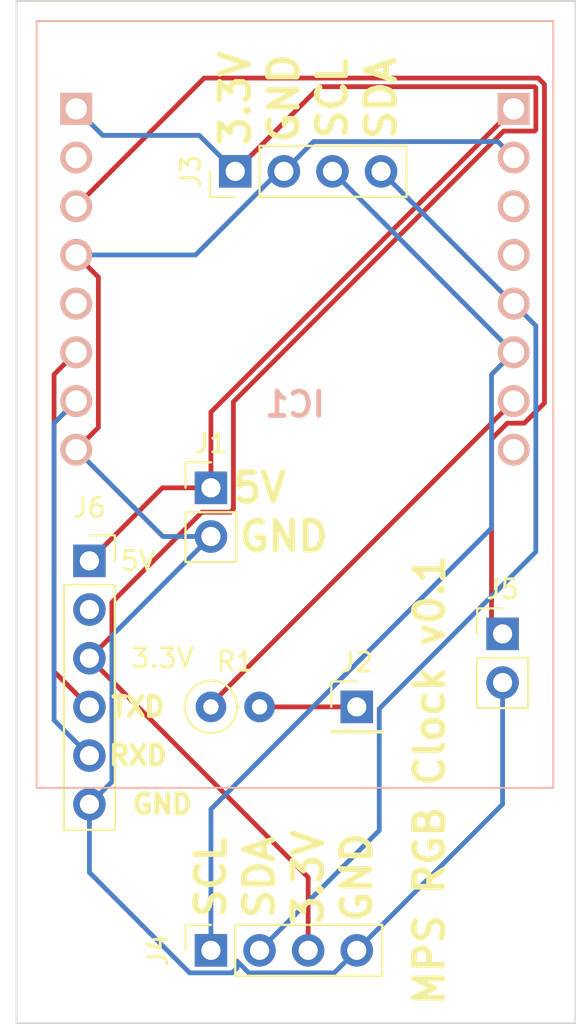
<source format=kicad_pcb>
(kicad_pcb (version 20171130) (host pcbnew 5.1.9-73d0e3b20d~88~ubuntu18.04.1)

  (general
    (thickness 1.6)
    (drawings 20)
    (tracks 77)
    (zones 0)
    (modules 8)
    (nets 17)
  )

  (page A4)
  (layers
    (0 F.Cu signal)
    (31 B.Cu signal)
    (32 B.Adhes user)
    (33 F.Adhes user)
    (34 B.Paste user)
    (35 F.Paste user)
    (36 B.SilkS user)
    (37 F.SilkS user)
    (38 B.Mask user)
    (39 F.Mask user)
    (40 Dwgs.User user)
    (41 Cmts.User user)
    (42 Eco1.User user)
    (43 Eco2.User user)
    (44 Edge.Cuts user)
    (45 Margin user)
    (46 B.CrtYd user)
    (47 F.CrtYd user)
    (48 B.Fab user)
    (49 F.Fab user)
  )

  (setup
    (last_trace_width 0.25)
    (trace_clearance 0.2)
    (zone_clearance 0.508)
    (zone_45_only no)
    (trace_min 0.2)
    (via_size 0.8)
    (via_drill 0.4)
    (via_min_size 0.4)
    (via_min_drill 0.3)
    (uvia_size 0.3)
    (uvia_drill 0.1)
    (uvias_allowed no)
    (uvia_min_size 0.2)
    (uvia_min_drill 0.1)
    (edge_width 0.05)
    (segment_width 0.2)
    (pcb_text_width 0.3)
    (pcb_text_size 1.5 1.5)
    (mod_edge_width 0.12)
    (mod_text_size 1 1)
    (mod_text_width 0.15)
    (pad_size 1.524 1.524)
    (pad_drill 0.762)
    (pad_to_mask_clearance 0)
    (aux_axis_origin 0 0)
    (visible_elements FFFFFF7F)
    (pcbplotparams
      (layerselection 0x010fc_ffffffff)
      (usegerberextensions false)
      (usegerberattributes true)
      (usegerberadvancedattributes true)
      (creategerberjobfile true)
      (excludeedgelayer true)
      (linewidth 0.100000)
      (plotframeref false)
      (viasonmask false)
      (mode 1)
      (useauxorigin false)
      (hpglpennumber 1)
      (hpglpenspeed 20)
      (hpglpendiameter 15.000000)
      (psnegative false)
      (psa4output false)
      (plotreference true)
      (plotvalue true)
      (plotinvisibletext false)
      (padsonsilk false)
      (subtractmaskfromsilk false)
      (outputformat 4)
      (mirror false)
      (drillshape 2)
      (scaleselection 1)
      (outputdirectory "./"))
  )

  (net 0 "")
  (net 1 GND)
  (net 2 "Net-(IC1-Pad15)")
  (net 3 "Net-(IC1-Pad14)")
  (net 4 "Net-(IC1-Pad13)")
  (net 5 "Net-(IC1-Pad11)")
  (net 6 "Net-(IC1-Pad10)")
  (net 7 "Net-(IC1-Pad9)")
  (net 8 "Net-(IC1-Pad8)")
  (net 9 "Net-(IC1-Pad6)")
  (net 10 "Net-(IC1-Pad5)")
  (net 11 "Net-(IC1-Pad4)")
  (net 12 "Net-(IC1-Pad3)")
  (net 13 "Net-(IC1-Pad2)")
  (net 14 "Net-(IC1-Pad1)")
  (net 15 "Net-(J2-Pad1)")
  (net 16 "Net-(J6-Pad2)")

  (net_class Default "This is the default net class."
    (clearance 0.2)
    (trace_width 0.25)
    (via_dia 0.8)
    (via_drill 0.4)
    (uvia_dia 0.3)
    (uvia_drill 0.1)
    (add_net GND)
    (add_net "Net-(IC1-Pad1)")
    (add_net "Net-(IC1-Pad10)")
    (add_net "Net-(IC1-Pad11)")
    (add_net "Net-(IC1-Pad13)")
    (add_net "Net-(IC1-Pad14)")
    (add_net "Net-(IC1-Pad15)")
    (add_net "Net-(IC1-Pad2)")
    (add_net "Net-(IC1-Pad3)")
    (add_net "Net-(IC1-Pad4)")
    (add_net "Net-(IC1-Pad5)")
    (add_net "Net-(IC1-Pad6)")
    (add_net "Net-(IC1-Pad8)")
    (add_net "Net-(IC1-Pad9)")
    (add_net "Net-(J2-Pad1)")
    (add_net "Net-(J6-Pad2)")
  )

  (module ESP32-CAM:ESP32CAM (layer B.Cu) (tedit 5FFA0812) (tstamp 5FFAE7AF)
    (at 142.820001 94.530001 180)
    (descr ESP32-CAM-2)
    (tags "Integrated Circuit")
    (path /5FFA18B3)
    (fp_text reference IC1 (at 11.43 2.36) (layer B.SilkS)
      (effects (font (size 1.27 1.27) (thickness 0.254)) (justify mirror))
    )
    (fp_text value ESP32-CAM (at 11.43 2.36) (layer B.SilkS) hide
      (effects (font (size 1.27 1.27) (thickness 0.254)) (justify mirror))
    )
    (fp_line (start -3.07 23.36) (end -3.07 -18.64) (layer Dwgs.User) (width 0.1))
    (fp_line (start 25.93 23.36) (end -3.07 23.36) (layer Dwgs.User) (width 0.1))
    (fp_line (start 25.93 -18.64) (end 25.93 23.36) (layer Dwgs.User) (width 0.1))
    (fp_line (start -3.07 -18.64) (end 25.93 -18.64) (layer Dwgs.User) (width 0.1))
    (fp_line (start -2.07 22.36) (end -2.07 -17.64) (layer B.SilkS) (width 0.1))
    (fp_line (start 24.93 22.36) (end -2.07 22.36) (layer B.SilkS) (width 0.1))
    (fp_line (start 24.93 -17.64) (end 24.93 22.36) (layer B.SilkS) (width 0.1))
    (fp_line (start -2.07 -17.64) (end 24.93 -17.64) (layer B.SilkS) (width 0.1))
    (fp_line (start -2.07 22.36) (end -2.07 -17.64) (layer Dwgs.User) (width 0.2))
    (fp_line (start 24.93 22.36) (end -2.07 22.36) (layer Dwgs.User) (width 0.2))
    (fp_line (start 24.93 -17.64) (end 24.93 22.36) (layer Dwgs.User) (width 0.2))
    (fp_line (start -2.07 -17.64) (end 24.93 -17.64) (layer Dwgs.User) (width 0.2))
    (pad 16 thru_hole circle (at 22.86 0 90) (size 1.665 1.665) (drill 1.11) (layers *.Cu *.Mask B.SilkS)
      (net 1 GND))
    (pad 15 thru_hole circle (at 22.86 2.54 90) (size 1.665 1.665) (drill 1.11) (layers *.Cu *.Mask B.SilkS)
      (net 2 "Net-(IC1-Pad15)"))
    (pad 14 thru_hole circle (at 22.86 5.08 90) (size 1.665 1.665) (drill 1.11) (layers *.Cu *.Mask B.SilkS)
      (net 3 "Net-(IC1-Pad14)"))
    (pad 13 thru_hole circle (at 22.86 7.62 90) (size 1.665 1.665) (drill 1.11) (layers *.Cu *.Mask B.SilkS)
      (net 4 "Net-(IC1-Pad13)"))
    (pad 12 thru_hole circle (at 22.86 10.16 90) (size 1.665 1.665) (drill 1.11) (layers *.Cu *.Mask B.SilkS)
      (net 1 GND))
    (pad 11 thru_hole circle (at 22.86 12.7 90) (size 1.665 1.665) (drill 1.11) (layers *.Cu *.Mask B.SilkS)
      (net 5 "Net-(IC1-Pad11)"))
    (pad 10 thru_hole circle (at 22.86 15.24 90) (size 1.665 1.665) (drill 1.11) (layers *.Cu *.Mask B.SilkS)
      (net 6 "Net-(IC1-Pad10)"))
    (pad 9 thru_hole rect (at 22.86 17.78 90) (size 1.665 1.665) (drill 1.11) (layers *.Cu *.Mask B.SilkS)
      (net 7 "Net-(IC1-Pad9)"))
    (pad 8 thru_hole rect (at 0 17.78 90) (size 1.665 1.665) (drill 1.11) (layers *.Cu *.Mask B.SilkS)
      (net 8 "Net-(IC1-Pad8)"))
    (pad 7 thru_hole circle (at 0 15.24 90) (size 1.665 1.665) (drill 1.11) (layers *.Cu *.Mask B.SilkS)
      (net 1 GND))
    (pad 6 thru_hole circle (at 0 12.7 90) (size 1.665 1.665) (drill 1.11) (layers *.Cu *.Mask B.SilkS)
      (net 9 "Net-(IC1-Pad6)"))
    (pad 5 thru_hole circle (at 0 10.16 90) (size 1.665 1.665) (drill 1.11) (layers *.Cu *.Mask B.SilkS)
      (net 10 "Net-(IC1-Pad5)"))
    (pad 4 thru_hole circle (at 0 7.62 90) (size 1.665 1.665) (drill 1.11) (layers *.Cu *.Mask B.SilkS)
      (net 11 "Net-(IC1-Pad4)"))
    (pad 3 thru_hole circle (at 0 5.08 90) (size 1.665 1.665) (drill 1.11) (layers *.Cu *.Mask B.SilkS)
      (net 12 "Net-(IC1-Pad3)"))
    (pad 2 thru_hole circle (at 0 2.54 90) (size 1.665 1.665) (drill 1.11) (layers *.Cu *.Mask B.SilkS)
      (net 13 "Net-(IC1-Pad2)"))
    (pad 1 thru_hole circle (at 0 0 90) (size 1.665 1.665) (drill 1.11) (layers *.Cu *.Mask B.SilkS)
      (net 14 "Net-(IC1-Pad1)"))
  )

  (module Resistor_THT:R_Axial_DIN0207_L6.3mm_D2.5mm_P2.54mm_Vertical (layer F.Cu) (tedit 5AE5139B) (tstamp 5FFAE849)
    (at 127 107.95)
    (descr "Resistor, Axial_DIN0207 series, Axial, Vertical, pin pitch=2.54mm, 0.25W = 1/4W, length*diameter=6.3*2.5mm^2, http://cdn-reichelt.de/documents/datenblatt/B400/1_4W%23YAG.pdf")
    (tags "Resistor Axial_DIN0207 series Axial Vertical pin pitch 2.54mm 0.25W = 1/4W length 6.3mm diameter 2.5mm")
    (path /5FFBB081)
    (fp_text reference R1 (at 1.27 -2.37) (layer F.SilkS)
      (effects (font (size 1 1) (thickness 0.15)))
    )
    (fp_text value R (at 1.27 2.37) (layer F.Fab)
      (effects (font (size 1 1) (thickness 0.15)))
    )
    (fp_text user %R (at 1.27 -2.37) (layer F.Fab)
      (effects (font (size 1 1) (thickness 0.15)))
    )
    (fp_circle (center 0 0) (end 1.25 0) (layer F.Fab) (width 0.1))
    (fp_circle (center 0 0) (end 1.37 0) (layer F.SilkS) (width 0.12))
    (fp_line (start 0 0) (end 2.54 0) (layer F.Fab) (width 0.1))
    (fp_line (start 1.37 0) (end 1.44 0) (layer F.SilkS) (width 0.12))
    (fp_line (start -1.5 -1.5) (end -1.5 1.5) (layer F.CrtYd) (width 0.05))
    (fp_line (start -1.5 1.5) (end 3.59 1.5) (layer F.CrtYd) (width 0.05))
    (fp_line (start 3.59 1.5) (end 3.59 -1.5) (layer F.CrtYd) (width 0.05))
    (fp_line (start 3.59 -1.5) (end -1.5 -1.5) (layer F.CrtYd) (width 0.05))
    (pad 2 thru_hole oval (at 2.54 0) (size 1.6 1.6) (drill 0.8) (layers *.Cu *.Mask)
      (net 15 "Net-(J2-Pad1)"))
    (pad 1 thru_hole circle (at 0 0) (size 1.6 1.6) (drill 0.8) (layers *.Cu *.Mask)
      (net 13 "Net-(IC1-Pad2)"))
    (model ${KISYS3DMOD}/Resistor_THT.3dshapes/R_Axial_DIN0207_L6.3mm_D2.5mm_P2.54mm_Vertical.wrl
      (at (xyz 0 0 0))
      (scale (xyz 1 1 1))
      (rotate (xyz 0 0 0))
    )
  )

  (module Connector_PinSocket_2.54mm:PinSocket_1x06_P2.54mm_Vertical (layer F.Cu) (tedit 5A19A430) (tstamp 5FFAE83A)
    (at 120.65 100.33)
    (descr "Through hole straight socket strip, 1x06, 2.54mm pitch, single row (from Kicad 4.0.7), script generated")
    (tags "Through hole socket strip THT 1x06 2.54mm single row")
    (path /5FFD072F)
    (fp_text reference J6 (at 0 -2.77) (layer F.SilkS)
      (effects (font (size 1 1) (thickness 0.15)))
    )
    (fp_text value Programmer (at 0 15.47) (layer F.Fab)
      (effects (font (size 1 1) (thickness 0.15)))
    )
    (fp_text user %R (at 0 6.35 90) (layer F.Fab)
      (effects (font (size 1 1) (thickness 0.15)))
    )
    (fp_line (start -1.27 -1.27) (end 0.635 -1.27) (layer F.Fab) (width 0.1))
    (fp_line (start 0.635 -1.27) (end 1.27 -0.635) (layer F.Fab) (width 0.1))
    (fp_line (start 1.27 -0.635) (end 1.27 13.97) (layer F.Fab) (width 0.1))
    (fp_line (start 1.27 13.97) (end -1.27 13.97) (layer F.Fab) (width 0.1))
    (fp_line (start -1.27 13.97) (end -1.27 -1.27) (layer F.Fab) (width 0.1))
    (fp_line (start -1.33 1.27) (end 1.33 1.27) (layer F.SilkS) (width 0.12))
    (fp_line (start -1.33 1.27) (end -1.33 14.03) (layer F.SilkS) (width 0.12))
    (fp_line (start -1.33 14.03) (end 1.33 14.03) (layer F.SilkS) (width 0.12))
    (fp_line (start 1.33 1.27) (end 1.33 14.03) (layer F.SilkS) (width 0.12))
    (fp_line (start 1.33 -1.33) (end 1.33 0) (layer F.SilkS) (width 0.12))
    (fp_line (start 0 -1.33) (end 1.33 -1.33) (layer F.SilkS) (width 0.12))
    (fp_line (start -1.8 -1.8) (end 1.75 -1.8) (layer F.CrtYd) (width 0.05))
    (fp_line (start 1.75 -1.8) (end 1.75 14.45) (layer F.CrtYd) (width 0.05))
    (fp_line (start 1.75 14.45) (end -1.8 14.45) (layer F.CrtYd) (width 0.05))
    (fp_line (start -1.8 14.45) (end -1.8 -1.8) (layer F.CrtYd) (width 0.05))
    (pad 6 thru_hole oval (at 0 12.7) (size 1.7 1.7) (drill 1) (layers *.Cu *.Mask)
      (net 1 GND))
    (pad 5 thru_hole oval (at 0 10.16) (size 1.7 1.7) (drill 1) (layers *.Cu *.Mask)
      (net 2 "Net-(IC1-Pad15)"))
    (pad 4 thru_hole oval (at 0 7.62) (size 1.7 1.7) (drill 1) (layers *.Cu *.Mask)
      (net 3 "Net-(IC1-Pad14)"))
    (pad 3 thru_hole oval (at 0 5.08) (size 1.7 1.7) (drill 1) (layers *.Cu *.Mask)
      (net 7 "Net-(IC1-Pad9)"))
    (pad 2 thru_hole oval (at 0 2.54) (size 1.7 1.7) (drill 1) (layers *.Cu *.Mask)
      (net 16 "Net-(J6-Pad2)"))
    (pad 1 thru_hole rect (at 0 0) (size 1.7 1.7) (drill 1) (layers *.Cu *.Mask)
      (net 8 "Net-(IC1-Pad8)"))
    (model ${KISYS3DMOD}/Connector_PinSocket_2.54mm.3dshapes/PinSocket_1x06_P2.54mm_Vertical.wrl
      (at (xyz 0 0 0))
      (scale (xyz 1 1 1))
      (rotate (xyz 0 0 0))
    )
  )

  (module Connector_PinHeader_2.54mm:PinHeader_1x02_P2.54mm_Vertical (layer F.Cu) (tedit 59FED5CC) (tstamp 5FFAE820)
    (at 142.24 104.14)
    (descr "Through hole straight pin header, 1x02, 2.54mm pitch, single row")
    (tags "Through hole pin header THT 1x02 2.54mm single row")
    (path /5FFB0360)
    (fp_text reference J5 (at 0 -2.33) (layer F.SilkS)
      (effects (font (size 1 1) (thickness 0.15)))
    )
    (fp_text value Program (at 0 4.87) (layer F.Fab)
      (effects (font (size 1 1) (thickness 0.15)))
    )
    (fp_text user %R (at 0 1.27 90) (layer F.Fab)
      (effects (font (size 1 1) (thickness 0.15)))
    )
    (fp_line (start -0.635 -1.27) (end 1.27 -1.27) (layer F.Fab) (width 0.1))
    (fp_line (start 1.27 -1.27) (end 1.27 3.81) (layer F.Fab) (width 0.1))
    (fp_line (start 1.27 3.81) (end -1.27 3.81) (layer F.Fab) (width 0.1))
    (fp_line (start -1.27 3.81) (end -1.27 -0.635) (layer F.Fab) (width 0.1))
    (fp_line (start -1.27 -0.635) (end -0.635 -1.27) (layer F.Fab) (width 0.1))
    (fp_line (start -1.33 3.87) (end 1.33 3.87) (layer F.SilkS) (width 0.12))
    (fp_line (start -1.33 1.27) (end -1.33 3.87) (layer F.SilkS) (width 0.12))
    (fp_line (start 1.33 1.27) (end 1.33 3.87) (layer F.SilkS) (width 0.12))
    (fp_line (start -1.33 1.27) (end 1.33 1.27) (layer F.SilkS) (width 0.12))
    (fp_line (start -1.33 0) (end -1.33 -1.33) (layer F.SilkS) (width 0.12))
    (fp_line (start -1.33 -1.33) (end 0 -1.33) (layer F.SilkS) (width 0.12))
    (fp_line (start -1.8 -1.8) (end -1.8 4.35) (layer F.CrtYd) (width 0.05))
    (fp_line (start -1.8 4.35) (end 1.8 4.35) (layer F.CrtYd) (width 0.05))
    (fp_line (start 1.8 4.35) (end 1.8 -1.8) (layer F.CrtYd) (width 0.05))
    (fp_line (start 1.8 -1.8) (end -1.8 -1.8) (layer F.CrtYd) (width 0.05))
    (pad 2 thru_hole oval (at 0 2.54) (size 1.7 1.7) (drill 1) (layers *.Cu *.Mask)
      (net 1 GND))
    (pad 1 thru_hole rect (at 0 0) (size 1.7 1.7) (drill 1) (layers *.Cu *.Mask)
      (net 5 "Net-(IC1-Pad11)"))
    (model ${KISYS3DMOD}/Connector_PinHeader_2.54mm.3dshapes/PinHeader_1x02_P2.54mm_Vertical.wrl
      (at (xyz 0 0 0))
      (scale (xyz 1 1 1))
      (rotate (xyz 0 0 0))
    )
  )

  (module Connector_PinSocket_2.54mm:PinSocket_1x04_P2.54mm_Vertical (layer F.Cu) (tedit 5A19A429) (tstamp 5FFAE80A)
    (at 127 120.65 90)
    (descr "Through hole straight socket strip, 1x04, 2.54mm pitch, single row (from Kicad 4.0.7), script generated")
    (tags "Through hole socket strip THT 1x04 2.54mm single row")
    (path /5FFB3C36)
    (fp_text reference J4 (at 0 -2.77 90) (layer F.SilkS)
      (effects (font (size 1 1) (thickness 0.15)))
    )
    (fp_text value Environment_Connector (at -2.54 3.81 180) (layer F.Fab)
      (effects (font (size 1 1) (thickness 0.15)))
    )
    (fp_text user %R (at 0 3.81) (layer F.Fab)
      (effects (font (size 1 1) (thickness 0.15)))
    )
    (fp_line (start -1.27 -1.27) (end 0.635 -1.27) (layer F.Fab) (width 0.1))
    (fp_line (start 0.635 -1.27) (end 1.27 -0.635) (layer F.Fab) (width 0.1))
    (fp_line (start 1.27 -0.635) (end 1.27 8.89) (layer F.Fab) (width 0.1))
    (fp_line (start 1.27 8.89) (end -1.27 8.89) (layer F.Fab) (width 0.1))
    (fp_line (start -1.27 8.89) (end -1.27 -1.27) (layer F.Fab) (width 0.1))
    (fp_line (start -1.33 1.27) (end 1.33 1.27) (layer F.SilkS) (width 0.12))
    (fp_line (start -1.33 1.27) (end -1.33 8.95) (layer F.SilkS) (width 0.12))
    (fp_line (start -1.33 8.95) (end 1.33 8.95) (layer F.SilkS) (width 0.12))
    (fp_line (start 1.33 1.27) (end 1.33 8.95) (layer F.SilkS) (width 0.12))
    (fp_line (start 1.33 -1.33) (end 1.33 0) (layer F.SilkS) (width 0.12))
    (fp_line (start 0 -1.33) (end 1.33 -1.33) (layer F.SilkS) (width 0.12))
    (fp_line (start -1.8 -1.8) (end 1.75 -1.8) (layer F.CrtYd) (width 0.05))
    (fp_line (start 1.75 -1.8) (end 1.75 9.4) (layer F.CrtYd) (width 0.05))
    (fp_line (start 1.75 9.4) (end -1.8 9.4) (layer F.CrtYd) (width 0.05))
    (fp_line (start -1.8 9.4) (end -1.8 -1.8) (layer F.CrtYd) (width 0.05))
    (pad 4 thru_hole oval (at 0 7.62 90) (size 1.7 1.7) (drill 1) (layers *.Cu *.Mask)
      (net 1 GND))
    (pad 3 thru_hole oval (at 0 5.08 90) (size 1.7 1.7) (drill 1) (layers *.Cu *.Mask)
      (net 7 "Net-(IC1-Pad9)"))
    (pad 2 thru_hole oval (at 0 2.54 90) (size 1.7 1.7) (drill 1) (layers *.Cu *.Mask)
      (net 11 "Net-(IC1-Pad4)"))
    (pad 1 thru_hole rect (at 0 0 90) (size 1.7 1.7) (drill 1) (layers *.Cu *.Mask)
      (net 12 "Net-(IC1-Pad3)"))
    (model ${KISYS3DMOD}/Connector_PinSocket_2.54mm.3dshapes/PinSocket_1x04_P2.54mm_Vertical.wrl
      (at (xyz 0 0 0))
      (scale (xyz 1 1 1))
      (rotate (xyz 0 0 0))
    )
  )

  (module Connector_PinHeader_2.54mm:PinHeader_1x04_P2.54mm_Vertical (layer F.Cu) (tedit 59FED5CC) (tstamp 5FFAE7F2)
    (at 128.27 80.01 90)
    (descr "Through hole straight pin header, 1x04, 2.54mm pitch, single row")
    (tags "Through hole pin header THT 1x04 2.54mm single row")
    (path /5FFB5762)
    (fp_text reference J3 (at 0 -2.33 90) (layer F.SilkS)
      (effects (font (size 1 1) (thickness 0.15)))
    )
    (fp_text value Lux_connector (at -2.54 2.54 180) (layer F.Fab)
      (effects (font (size 1 1) (thickness 0.15)))
    )
    (fp_text user %R (at 0 3.81) (layer F.Fab)
      (effects (font (size 1 1) (thickness 0.15)))
    )
    (fp_line (start -0.635 -1.27) (end 1.27 -1.27) (layer F.Fab) (width 0.1))
    (fp_line (start 1.27 -1.27) (end 1.27 8.89) (layer F.Fab) (width 0.1))
    (fp_line (start 1.27 8.89) (end -1.27 8.89) (layer F.Fab) (width 0.1))
    (fp_line (start -1.27 8.89) (end -1.27 -0.635) (layer F.Fab) (width 0.1))
    (fp_line (start -1.27 -0.635) (end -0.635 -1.27) (layer F.Fab) (width 0.1))
    (fp_line (start -1.33 8.95) (end 1.33 8.95) (layer F.SilkS) (width 0.12))
    (fp_line (start -1.33 1.27) (end -1.33 8.95) (layer F.SilkS) (width 0.12))
    (fp_line (start 1.33 1.27) (end 1.33 8.95) (layer F.SilkS) (width 0.12))
    (fp_line (start -1.33 1.27) (end 1.33 1.27) (layer F.SilkS) (width 0.12))
    (fp_line (start -1.33 0) (end -1.33 -1.33) (layer F.SilkS) (width 0.12))
    (fp_line (start -1.33 -1.33) (end 0 -1.33) (layer F.SilkS) (width 0.12))
    (fp_line (start -1.8 -1.8) (end -1.8 9.4) (layer F.CrtYd) (width 0.05))
    (fp_line (start -1.8 9.4) (end 1.8 9.4) (layer F.CrtYd) (width 0.05))
    (fp_line (start 1.8 9.4) (end 1.8 -1.8) (layer F.CrtYd) (width 0.05))
    (fp_line (start 1.8 -1.8) (end -1.8 -1.8) (layer F.CrtYd) (width 0.05))
    (pad 4 thru_hole oval (at 0 7.62 90) (size 1.7 1.7) (drill 1) (layers *.Cu *.Mask)
      (net 11 "Net-(IC1-Pad4)"))
    (pad 3 thru_hole oval (at 0 5.08 90) (size 1.7 1.7) (drill 1) (layers *.Cu *.Mask)
      (net 12 "Net-(IC1-Pad3)"))
    (pad 2 thru_hole oval (at 0 2.54 90) (size 1.7 1.7) (drill 1) (layers *.Cu *.Mask)
      (net 1 GND))
    (pad 1 thru_hole rect (at 0 0 90) (size 1.7 1.7) (drill 1) (layers *.Cu *.Mask)
      (net 7 "Net-(IC1-Pad9)"))
    (model ${KISYS3DMOD}/Connector_PinHeader_2.54mm.3dshapes/PinHeader_1x04_P2.54mm_Vertical.wrl
      (at (xyz 0 0 0))
      (scale (xyz 1 1 1))
      (rotate (xyz 0 0 0))
    )
  )

  (module Connector_PinHeader_2.54mm:PinHeader_1x01_P2.54mm_Vertical (layer F.Cu) (tedit 59FED5CC) (tstamp 5FFAE7DA)
    (at 134.62 107.95)
    (descr "Through hole straight pin header, 1x01, 2.54mm pitch, single row")
    (tags "Through hole pin header THT 1x01 2.54mm single row")
    (path /5FFBEBF7)
    (fp_text reference J2 (at 0 -2.33) (layer F.SilkS)
      (effects (font (size 1 1) (thickness 0.15)))
    )
    (fp_text value "RGB Data" (at 1.27 3.81) (layer F.Fab)
      (effects (font (size 1 1) (thickness 0.15)))
    )
    (fp_text user %R (at 0 0 90) (layer F.Fab)
      (effects (font (size 1 1) (thickness 0.15)))
    )
    (fp_line (start -0.635 -1.27) (end 1.27 -1.27) (layer F.Fab) (width 0.1))
    (fp_line (start 1.27 -1.27) (end 1.27 1.27) (layer F.Fab) (width 0.1))
    (fp_line (start 1.27 1.27) (end -1.27 1.27) (layer F.Fab) (width 0.1))
    (fp_line (start -1.27 1.27) (end -1.27 -0.635) (layer F.Fab) (width 0.1))
    (fp_line (start -1.27 -0.635) (end -0.635 -1.27) (layer F.Fab) (width 0.1))
    (fp_line (start -1.33 1.33) (end 1.33 1.33) (layer F.SilkS) (width 0.12))
    (fp_line (start -1.33 1.27) (end -1.33 1.33) (layer F.SilkS) (width 0.12))
    (fp_line (start 1.33 1.27) (end 1.33 1.33) (layer F.SilkS) (width 0.12))
    (fp_line (start -1.33 1.27) (end 1.33 1.27) (layer F.SilkS) (width 0.12))
    (fp_line (start -1.33 0) (end -1.33 -1.33) (layer F.SilkS) (width 0.12))
    (fp_line (start -1.33 -1.33) (end 0 -1.33) (layer F.SilkS) (width 0.12))
    (fp_line (start -1.8 -1.8) (end -1.8 1.8) (layer F.CrtYd) (width 0.05))
    (fp_line (start -1.8 1.8) (end 1.8 1.8) (layer F.CrtYd) (width 0.05))
    (fp_line (start 1.8 1.8) (end 1.8 -1.8) (layer F.CrtYd) (width 0.05))
    (fp_line (start 1.8 -1.8) (end -1.8 -1.8) (layer F.CrtYd) (width 0.05))
    (pad 1 thru_hole rect (at 0 0) (size 1.7 1.7) (drill 1) (layers *.Cu *.Mask)
      (net 15 "Net-(J2-Pad1)"))
    (model ${KISYS3DMOD}/Connector_PinHeader_2.54mm.3dshapes/PinHeader_1x01_P2.54mm_Vertical.wrl
      (at (xyz 0 0 0))
      (scale (xyz 1 1 1))
      (rotate (xyz 0 0 0))
    )
  )

  (module Connector_PinHeader_2.54mm:PinHeader_1x02_P2.54mm_Vertical (layer F.Cu) (tedit 59FED5CC) (tstamp 5FFAE7C5)
    (at 127 96.52)
    (descr "Through hole straight pin header, 1x02, 2.54mm pitch, single row")
    (tags "Through hole pin header THT 1x02 2.54mm single row")
    (path /5FFA43D1)
    (fp_text reference J1 (at 0 -2.33) (layer F.SilkS)
      (effects (font (size 1 1) (thickness 0.15)))
    )
    (fp_text value "power port" (at 0 4.87) (layer F.Fab)
      (effects (font (size 1 1) (thickness 0.15)))
    )
    (fp_text user %R (at 0 1.27 90) (layer F.Fab)
      (effects (font (size 1 1) (thickness 0.15)))
    )
    (fp_line (start -0.635 -1.27) (end 1.27 -1.27) (layer F.Fab) (width 0.1))
    (fp_line (start 1.27 -1.27) (end 1.27 3.81) (layer F.Fab) (width 0.1))
    (fp_line (start 1.27 3.81) (end -1.27 3.81) (layer F.Fab) (width 0.1))
    (fp_line (start -1.27 3.81) (end -1.27 -0.635) (layer F.Fab) (width 0.1))
    (fp_line (start -1.27 -0.635) (end -0.635 -1.27) (layer F.Fab) (width 0.1))
    (fp_line (start -1.33 3.87) (end 1.33 3.87) (layer F.SilkS) (width 0.12))
    (fp_line (start -1.33 1.27) (end -1.33 3.87) (layer F.SilkS) (width 0.12))
    (fp_line (start 1.33 1.27) (end 1.33 3.87) (layer F.SilkS) (width 0.12))
    (fp_line (start -1.33 1.27) (end 1.33 1.27) (layer F.SilkS) (width 0.12))
    (fp_line (start -1.33 0) (end -1.33 -1.33) (layer F.SilkS) (width 0.12))
    (fp_line (start -1.33 -1.33) (end 0 -1.33) (layer F.SilkS) (width 0.12))
    (fp_line (start -1.8 -1.8) (end -1.8 4.35) (layer F.CrtYd) (width 0.05))
    (fp_line (start -1.8 4.35) (end 1.8 4.35) (layer F.CrtYd) (width 0.05))
    (fp_line (start 1.8 4.35) (end 1.8 -1.8) (layer F.CrtYd) (width 0.05))
    (fp_line (start 1.8 -1.8) (end -1.8 -1.8) (layer F.CrtYd) (width 0.05))
    (pad 2 thru_hole oval (at 0 2.54) (size 1.7 1.7) (drill 1) (layers *.Cu *.Mask)
      (net 1 GND))
    (pad 1 thru_hole rect (at 0 0) (size 1.7 1.7) (drill 1) (layers *.Cu *.Mask)
      (net 8 "Net-(IC1-Pad8)"))
    (model ${KISYS3DMOD}/Connector_PinHeader_2.54mm.3dshapes/PinHeader_1x02_P2.54mm_Vertical.wrl
      (at (xyz 0 0 0))
      (scale (xyz 1 1 1))
      (rotate (xyz 0 0 0))
    )
  )

  (gr_line (start 146.05 71.12) (end 146.05 124.46) (layer Edge.Cuts) (width 0.1))
  (gr_line (start 116.84 71.12) (end 146.05 71.12) (layer Edge.Cuts) (width 0.1))
  (gr_line (start 116.84 124.46) (end 116.84 71.12) (layer Edge.Cuts) (width 0.1))
  (gr_line (start 146.05 124.46) (end 116.84 124.46) (layer Edge.Cuts) (width 0.1))
  (gr_text 5V (at 123.19 100.33) (layer F.SilkS)
    (effects (font (size 1 1) (thickness 0.15)))
  )
  (gr_text 3.3V (at 124.46 105.41) (layer F.SilkS)
    (effects (font (size 1 1) (thickness 0.15)))
  )
  (gr_text TXD (at 123.19 107.95) (layer F.SilkS)
    (effects (font (size 1 1) (thickness 0.25)))
  )
  (gr_text RXD (at 123.19 110.49) (layer F.SilkS)
    (effects (font (size 1 1) (thickness 0.25)))
  )
  (gr_text GND (at 124.46 113.03) (layer F.SilkS)
    (effects (font (size 1 1) (thickness 0.25)))
  )
  (gr_text "MPS RGB Clock v0.1" (at 138.43 111.76 90) (layer F.SilkS)
    (effects (font (size 1.5 1.5) (thickness 0.3)))
  )
  (gr_text 5V (at 129.54 96.52) (layer F.SilkS)
    (effects (font (size 1.5 1.5) (thickness 0.3)))
  )
  (gr_text GND (at 130.81 99.06) (layer F.SilkS) (tstamp 5FFB06E5)
    (effects (font (size 1.5 1.5) (thickness 0.3)))
  )
  (gr_text SDA (at 135.89 76.2 90) (layer F.SilkS) (tstamp 5FFB06B1)
    (effects (font (size 1.5 1.5) (thickness 0.3)))
  )
  (gr_text SDA (at 129.54 116.84 90) (layer F.SilkS)
    (effects (font (size 1.5 1.5) (thickness 0.3)))
  )
  (gr_text SCL (at 127 116.84 90) (layer F.SilkS) (tstamp 5FFB06AC)
    (effects (font (size 1.5 1.5) (thickness 0.3)))
  )
  (gr_text SCL (at 133.35 76.2 90) (layer F.SilkS)
    (effects (font (size 1.5 1.5) (thickness 0.3)))
  )
  (gr_text 3.3V (at 132.08 116.84 90) (layer F.SilkS) (tstamp 5FFB06A2)
    (effects (font (size 1.5 1.5) (thickness 0.3)))
  )
  (gr_text 3.3V (at 128.27 76.2 90) (layer F.SilkS)
    (effects (font (size 1.5 1.5) (thickness 0.3)))
  )
  (gr_text GND (at 130.81 76.2 90) (layer F.SilkS) (tstamp 5FFB069B)
    (effects (font (size 1.5 1.5) (thickness 0.3)))
  )
  (gr_text GND (at 134.62 116.84 90) (layer F.SilkS)
    (effects (font (size 1.5 1.5) (thickness 0.3)))
  )

  (segment (start 142.24 113.03) (end 134.62 120.65) (width 0.25) (layer B.Cu) (net 1))
  (segment (start 142.24 106.68) (end 142.24 113.03) (width 0.25) (layer B.Cu) (net 1))
  (segment (start 121.825001 111.854999) (end 121.825001 104.234999) (width 0.25) (layer B.Cu) (net 1))
  (segment (start 121.825001 104.234999) (end 127 99.06) (width 0.25) (layer B.Cu) (net 1))
  (segment (start 120.65 113.03) (end 121.825001 111.854999) (width 0.25) (layer B.Cu) (net 1))
  (segment (start 133.444999 121.825001) (end 134.62 120.65) (width 0.25) (layer B.Cu) (net 1))
  (segment (start 128.975999 121.825001) (end 133.444999 121.825001) (width 0.25) (layer B.Cu) (net 1))
  (segment (start 128.364999 121.214001) (end 128.975999 121.825001) (width 0.25) (layer B.Cu) (net 1))
  (segment (start 128.364999 121.570003) (end 128.364999 121.214001) (width 0.25) (layer B.Cu) (net 1))
  (segment (start 128.110001 121.825001) (end 128.364999 121.570003) (width 0.25) (layer B.Cu) (net 1))
  (segment (start 125.889999 121.825001) (end 128.110001 121.825001) (width 0.25) (layer B.Cu) (net 1))
  (segment (start 120.65 116.585002) (end 125.889999 121.825001) (width 0.25) (layer B.Cu) (net 1))
  (segment (start 120.65 113.03) (end 120.65 116.585002) (width 0.25) (layer B.Cu) (net 1))
  (segment (start 124.49 99.06) (end 119.960001 94.530001) (width 0.25) (layer B.Cu) (net 1))
  (segment (start 127 99.06) (end 124.49 99.06) (width 0.25) (layer B.Cu) (net 1))
  (segment (start 126.195001 84.370001) (end 130.555002 80.01) (width 0.25) (layer B.Cu) (net 1))
  (segment (start 130.555002 80.01) (end 130.81 80.01) (width 0.25) (layer B.Cu) (net 1))
  (segment (start 119.960001 84.370001) (end 126.195001 84.370001) (width 0.25) (layer B.Cu) (net 1))
  (segment (start 141.987502 78.457502) (end 142.820001 79.290001) (width 0.25) (layer B.Cu) (net 1))
  (segment (start 132.362498 78.457502) (end 141.987502 78.457502) (width 0.25) (layer B.Cu) (net 1))
  (segment (start 130.81 80.01) (end 132.362498 78.457502) (width 0.25) (layer B.Cu) (net 1))
  (segment (start 121.117502 93.3725) (end 119.960001 94.530001) (width 0.25) (layer F.Cu) (net 1))
  (segment (start 121.117502 85.527502) (end 121.117502 93.3725) (width 0.25) (layer F.Cu) (net 1))
  (segment (start 119.960001 84.370001) (end 121.117502 85.527502) (width 0.25) (layer F.Cu) (net 1))
  (segment (start 118.8025 93.147502) (end 119.960001 91.990001) (width 0.25) (layer B.Cu) (net 2))
  (segment (start 120.65 110.49) (end 118.8025 108.6425) (width 0.25) (layer B.Cu) (net 2))
  (segment (start 118.8025 108.6425) (end 118.8025 93.147502) (width 0.25) (layer B.Cu) (net 2))
  (segment (start 118.8025 90.607502) (end 119.960001 89.450001) (width 0.25) (layer F.Cu) (net 3))
  (segment (start 118.8025 106.1025) (end 118.8025 90.607502) (width 0.25) (layer F.Cu) (net 3))
  (segment (start 120.65 107.95) (end 118.8025 106.1025) (width 0.25) (layer F.Cu) (net 3))
  (segment (start 141.6625 103.5625) (end 142.24 104.14) (width 0.25) (layer F.Cu) (net 5))
  (segment (start 141.6625 93.9744) (end 141.6625 103.5625) (width 0.25) (layer F.Cu) (net 5))
  (segment (start 142.489398 93.147502) (end 141.6625 93.9744) (width 0.25) (layer F.Cu) (net 5))
  (segment (start 143.375602 93.147502) (end 142.489398 93.147502) (width 0.25) (layer F.Cu) (net 5))
  (segment (start 144.427512 92.095592) (end 143.375602 93.147502) (width 0.25) (layer F.Cu) (net 5))
  (segment (start 144.427512 75.4711) (end 144.427512 92.095592) (width 0.25) (layer F.Cu) (net 5))
  (segment (start 126.647511 75.142491) (end 144.098903 75.142491) (width 0.25) (layer F.Cu) (net 5))
  (segment (start 144.098903 75.142491) (end 144.427512 75.4711) (width 0.25) (layer F.Cu) (net 5))
  (segment (start 119.960001 81.830001) (end 126.647511 75.142491) (width 0.25) (layer F.Cu) (net 5))
  (segment (start 121.3425 78.1325) (end 119.960001 76.750001) (width 0.25) (layer B.Cu) (net 7))
  (segment (start 126.3925 78.1325) (end 121.3425 78.1325) (width 0.25) (layer B.Cu) (net 7))
  (segment (start 128.27 80.01) (end 126.3925 78.1325) (width 0.25) (layer B.Cu) (net 7))
  (segment (start 121.825001 104.234999) (end 120.65 105.41) (width 0.25) (layer F.Cu) (net 7))
  (segment (start 121.825001 102.495997) (end 121.825001 104.234999) (width 0.25) (layer F.Cu) (net 7))
  (segment (start 126.530998 97.79) (end 121.825001 102.495997) (width 0.25) (layer F.Cu) (net 7))
  (segment (start 128.015002 97.79) (end 126.530998 97.79) (width 0.25) (layer F.Cu) (net 7))
  (segment (start 128.175001 92.031411) (end 128.175001 97.630001) (width 0.25) (layer F.Cu) (net 7))
  (segment (start 142.29891 77.907502) (end 128.175001 92.031411) (width 0.25) (layer F.Cu) (net 7))
  (segment (start 128.175001 97.630001) (end 128.015002 97.79) (width 0.25) (layer F.Cu) (net 7))
  (segment (start 143.912502 77.907502) (end 142.29891 77.907502) (width 0.25) (layer F.Cu) (net 7))
  (segment (start 143.977502 77.842502) (end 143.912502 77.907502) (width 0.25) (layer F.Cu) (net 7))
  (segment (start 143.977502 75.6575) (end 143.977502 77.842502) (width 0.25) (layer F.Cu) (net 7))
  (segment (start 143.912502 75.5925) (end 143.977502 75.6575) (width 0.25) (layer F.Cu) (net 7))
  (segment (start 132.6875 75.5925) (end 143.912502 75.5925) (width 0.25) (layer F.Cu) (net 7))
  (segment (start 128.27 80.01) (end 132.6875 75.5925) (width 0.25) (layer F.Cu) (net 7))
  (segment (start 132.08 116.84) (end 132.08 120.65) (width 0.25) (layer F.Cu) (net 7))
  (segment (start 120.65 105.41) (end 132.08 116.84) (width 0.25) (layer F.Cu) (net 7))
  (segment (start 127 92.570002) (end 127 96.52) (width 0.25) (layer F.Cu) (net 8))
  (segment (start 142.820001 76.750001) (end 127 92.570002) (width 0.25) (layer F.Cu) (net 8))
  (segment (start 124.46 96.52) (end 120.65 100.33) (width 0.25) (layer F.Cu) (net 8))
  (segment (start 127 96.52) (end 124.46 96.52) (width 0.25) (layer F.Cu) (net 8))
  (segment (start 142.790001 86.910001) (end 142.820001 86.910001) (width 0.25) (layer B.Cu) (net 11))
  (segment (start 135.89 80.01) (end 142.790001 86.910001) (width 0.25) (layer B.Cu) (net 11))
  (segment (start 135.795001 114.394999) (end 129.54 120.65) (width 0.25) (layer B.Cu) (net 11))
  (segment (start 135.795001 108.044999) (end 135.795001 114.394999) (width 0.25) (layer B.Cu) (net 11))
  (segment (start 143.977502 99.862498) (end 135.795001 108.044999) (width 0.25) (layer B.Cu) (net 11))
  (segment (start 143.977502 88.067502) (end 143.977502 99.862498) (width 0.25) (layer B.Cu) (net 11))
  (segment (start 142.820001 86.910001) (end 143.977502 88.067502) (width 0.25) (layer B.Cu) (net 11))
  (segment (start 141.6625 98.622498) (end 141.6625 90.607502) (width 0.25) (layer B.Cu) (net 12))
  (segment (start 141.6625 90.607502) (end 142.820001 89.450001) (width 0.25) (layer B.Cu) (net 12))
  (segment (start 127 120.65) (end 127 113.284998) (width 0.25) (layer B.Cu) (net 12))
  (segment (start 142.790001 89.450001) (end 142.820001 89.450001) (width 0.25) (layer B.Cu) (net 12))
  (segment (start 133.35 80.01) (end 142.790001 89.450001) (width 0.25) (layer B.Cu) (net 12))
  (segment (start 127 113.284998) (end 141.6625 98.622498) (width 0.25) (layer B.Cu) (net 12))
  (segment (start 127 107.810002) (end 127 107.95) (width 0.25) (layer F.Cu) (net 13))
  (segment (start 142.820001 91.990001) (end 127 107.810002) (width 0.25) (layer F.Cu) (net 13))
  (segment (start 129.54 107.95) (end 134.62 107.95) (width 0.25) (layer F.Cu) (net 15))

)

</source>
